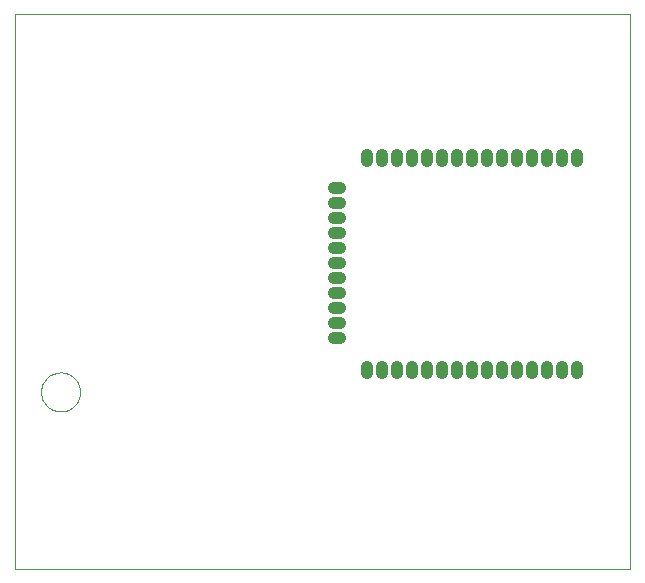
<source format=gtp>
G75*
G70*
%OFA0B0*%
%FSLAX24Y24*%
%IPPOS*%
%LPD*%
%AMOC8*
5,1,8,0,0,1.08239X$1,22.5*
%
%ADD10C,0.0000*%
%ADD11C,0.0394*%
D10*
X000258Y000893D02*
X000258Y019397D01*
X020731Y019397D01*
X020731Y000893D01*
X000258Y000893D01*
X001114Y006798D02*
X001116Y006848D01*
X001122Y006898D01*
X001132Y006948D01*
X001145Y006996D01*
X001162Y007044D01*
X001183Y007090D01*
X001207Y007134D01*
X001235Y007176D01*
X001266Y007216D01*
X001300Y007253D01*
X001337Y007288D01*
X001376Y007319D01*
X001417Y007348D01*
X001461Y007373D01*
X001507Y007395D01*
X001554Y007413D01*
X001602Y007427D01*
X001651Y007438D01*
X001701Y007445D01*
X001751Y007448D01*
X001802Y007447D01*
X001852Y007442D01*
X001902Y007433D01*
X001950Y007421D01*
X001998Y007404D01*
X002044Y007384D01*
X002089Y007361D01*
X002132Y007334D01*
X002172Y007304D01*
X002210Y007271D01*
X002245Y007235D01*
X002278Y007196D01*
X002307Y007155D01*
X002333Y007112D01*
X002356Y007067D01*
X002375Y007020D01*
X002390Y006972D01*
X002402Y006923D01*
X002410Y006873D01*
X002414Y006823D01*
X002414Y006773D01*
X002410Y006723D01*
X002402Y006673D01*
X002390Y006624D01*
X002375Y006576D01*
X002356Y006529D01*
X002333Y006484D01*
X002307Y006441D01*
X002278Y006400D01*
X002245Y006361D01*
X002210Y006325D01*
X002172Y006292D01*
X002132Y006262D01*
X002089Y006235D01*
X002044Y006212D01*
X001998Y006192D01*
X001950Y006175D01*
X001902Y006163D01*
X001852Y006154D01*
X001802Y006149D01*
X001751Y006148D01*
X001701Y006151D01*
X001651Y006158D01*
X001602Y006169D01*
X001554Y006183D01*
X001507Y006201D01*
X001461Y006223D01*
X001417Y006248D01*
X001376Y006277D01*
X001337Y006308D01*
X001300Y006343D01*
X001266Y006380D01*
X001235Y006420D01*
X001207Y006462D01*
X001183Y006506D01*
X001162Y006552D01*
X001145Y006600D01*
X001132Y006648D01*
X001122Y006698D01*
X001116Y006748D01*
X001114Y006798D01*
D11*
X010885Y008611D02*
X011081Y008611D01*
X011081Y009111D02*
X010885Y009111D01*
X010885Y009611D02*
X011081Y009611D01*
X011081Y010111D02*
X010885Y010111D01*
X010885Y010611D02*
X011081Y010611D01*
X011081Y011111D02*
X010885Y011111D01*
X010885Y011611D02*
X011081Y011611D01*
X011081Y012111D02*
X010885Y012111D01*
X010885Y012611D02*
X011081Y012611D01*
X011081Y013111D02*
X010885Y013111D01*
X010885Y013611D02*
X011081Y013611D01*
X011983Y014513D02*
X011983Y014709D01*
X012483Y014709D02*
X012483Y014513D01*
X012983Y014513D02*
X012983Y014709D01*
X013483Y014709D02*
X013483Y014513D01*
X013983Y014513D02*
X013983Y014709D01*
X014483Y014709D02*
X014483Y014513D01*
X014983Y014513D02*
X014983Y014709D01*
X015483Y014709D02*
X015483Y014513D01*
X015983Y014513D02*
X015983Y014709D01*
X016483Y014709D02*
X016483Y014513D01*
X016983Y014513D02*
X016983Y014709D01*
X017483Y014709D02*
X017483Y014513D01*
X017983Y014513D02*
X017983Y014709D01*
X018483Y014709D02*
X018483Y014513D01*
X018983Y014513D02*
X018983Y014709D01*
X018983Y007622D02*
X018983Y007426D01*
X018483Y007426D02*
X018483Y007622D01*
X017983Y007622D02*
X017983Y007426D01*
X017483Y007426D02*
X017483Y007622D01*
X016983Y007622D02*
X016983Y007426D01*
X016483Y007426D02*
X016483Y007622D01*
X015983Y007622D02*
X015983Y007426D01*
X015483Y007426D02*
X015483Y007622D01*
X014983Y007622D02*
X014983Y007426D01*
X014483Y007426D02*
X014483Y007622D01*
X013983Y007622D02*
X013983Y007426D01*
X013483Y007426D02*
X013483Y007622D01*
X012983Y007622D02*
X012983Y007426D01*
X012483Y007426D02*
X012483Y007622D01*
X011983Y007622D02*
X011983Y007426D01*
M02*

</source>
